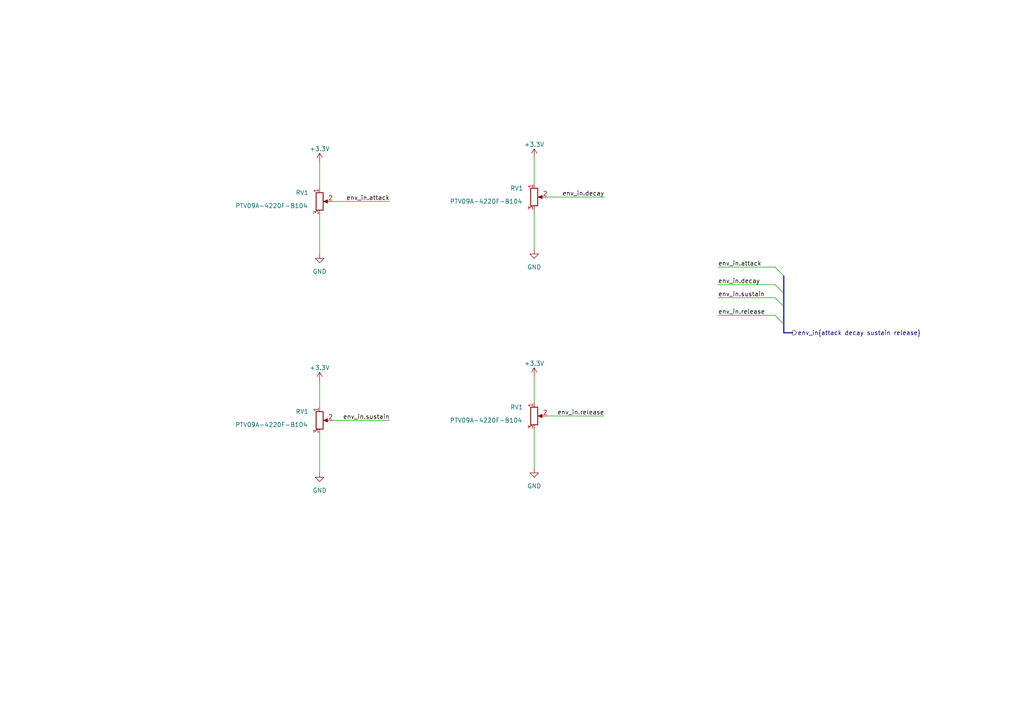
<source format=kicad_sch>
(kicad_sch (version 20230121) (generator eeschema)
  (paper "A4")
  (lib_symbols
    (symbol "Device:R_Potentiometer" (pin_names (offset 1.016) hide)
      (property "Reference" "RV" (at -4.445 0 90))
      (property "Value" "R_Potentiometer" (at -2.54 0 90))
      (symbol "R_Potentiometer_0_1"
        (polyline (pts (xy 2.54 0) (xy 1.524 0)))
        (polyline (pts (xy 1.143 0) (xy 2.286 0.508) (xy 2.286 -0.508) (xy 1.143 0)) (fill (type outline)))
        (rectangle (start 1.016 2.54) (end -1.016 -2.54) (stroke (width 0.254)))
      )
      (symbol "R_Potentiometer_1_1"
        (pin passive line (at 0 3.81 270) (length 1.27) (name "1") (number "1"))
        (pin passive line (at 3.81 0 180) (length 1.27) (name "2") (number "2"))
        (pin passive line (at 0 -3.81 90) (length 1.27) (name "3") (number "3"))
      )
    )
    (symbol "power:+3.3V" (power) (pin_names (offset 0))
      (property "Value" "+3.3V" (at 0 3.556 0))
      (symbol "+3.3V_0_1"
        (polyline (pts (xy -0.762 1.27) (xy 0 2.54)))
        (polyline (pts (xy 0 0) (xy 0 2.54)))
        (polyline (pts (xy 0 2.54) (xy 0.762 1.27)))
      )
      (symbol "+3.3V_1_1"
        (pin power_in line (at 0 0 90) (length 0) hide (name "+3.3V") (number "1"))
      )
    )
    (symbol "power:GND" (power) (pin_names (offset 0))
      (property "Value" "GND" (at 0 -3.81 0))
      (symbol "GND_0_1"
        (polyline (pts (xy 0 0) (xy 0 -1.27) (xy 1.27 -1.27) (xy 0 -2.54) (xy -1.27 -1.27) (xy 0 -1.27)))
      )
      (symbol "GND_1_1"
        (pin power_in line (at 0 0 270) (length 0) hide (name "GND") (number "1"))
      )
    )
  )
  (bus_entry (at 227.33 93.98) (size -2.54 -2.54))
  (bus_entry (at 227.33 80.01) (size -2.54 -2.54))
  (bus_entry (at 227.33 85.09) (size -2.54 -2.54))
  (bus_entry (at 227.33 88.9) (size -2.54 -2.54))
  (bus (pts (xy 227.33 80.01) (xy 227.33 85.09)))
  (wire (pts (xy 154.94 124.46) (xy 154.94 135.89)))
  (wire (pts (xy 154.94 109.22) (xy 154.94 116.84)))
  (wire (pts (xy 154.94 60.96) (xy 154.94 72.39)))
  (wire (pts (xy 92.71 125.73) (xy 92.71 137.16)))
  (wire (pts (xy 175.26 57.15) (xy 158.75 57.15)))
  (wire (pts (xy 113.03 58.42) (xy 96.52 58.42)))
  (wire (pts (xy 208.28 82.55) (xy 224.79 82.55)))
  (bus (pts (xy 227.33 88.9) (xy 227.33 93.98)))
  (bus (pts (xy 227.33 85.09) (xy 227.33 88.9)))
  (wire (pts (xy 208.28 77.47) (xy 224.79 77.47)))
  (wire (pts (xy 208.28 86.36) (xy 224.79 86.36)))
  (wire (pts (xy 92.71 62.23) (xy 92.71 73.66)))
  (wire (pts (xy 92.71 46.99) (xy 92.71 54.61)))
  (bus (pts (xy 227.33 93.98) (xy 227.33 96.52)))
  (wire (pts (xy 175.26 120.65) (xy 158.75 120.65)))
  (wire (pts (xy 208.28 91.44) (xy 224.79 91.44)))
  (bus (pts (xy 229.87 96.52) (xy 227.33 96.52)))
  (wire (pts (xy 92.71 110.49) (xy 92.71 118.11)))
  (wire (pts (xy 113.03 121.92) (xy 96.52 121.92)))
  (wire (pts (xy 154.94 45.72) (xy 154.94 53.34)))
  (label "env_in.attack" (at 208.28 77.47 0))
  (label "env_in.release" (at 208.28 91.44 0))
  (label "env_in.attack" (at 113.03 58.42 180))
  (label "env_in.sustain" (at 208.28 86.36 0))
  (label "env_in.decay" (at 208.28 82.55 0))
  (label "env_in.release" (at 175.26 120.65 180))
  (label "env_in.decay" (at 175.26 57.15 180))
  (label "env_in.sustain" (at 113.03 121.92 180))
  (hierarchical_label "env_in{attack decay sustain release}" (shape output) (at 229.87 96.52 0))
  (symbol (lib_id "power:+3.3V") (at 92.71 110.49 0) (mirror y) (unit 1)
    (property "Reference" "#PWR058" (effects hide))
    (property "Value" "+3.3V" (at 92.71 106.68 0))
  )
  (symbol (lib_id "power:GND") (at 92.71 73.66 0) (unit 1)
    (property "Reference" "#PWR057" (effects hide))
    (property "Value" "GND" (at 92.71 78.74 0))
  )
  (symbol (lib_id "power:+3.3V") (at 154.94 45.72 0) (mirror y) (unit 1)
    (property "Reference" "#PWR060" (effects hide))
    (property "Value" "+3.3V" (at 154.94 41.91 0))
  )
  (symbol (lib_id "Device:R_Potentiometer") (at 154.94 120.65 0) (unit 1)
    (property "Reference" "RV1" (at 149.86 118.11 0))
    (property "Value" "PTV09A-4220F-B104" (at 140.97 121.92 0))
    (property "Footprint" "Potentiometer_THT:Potentiometer_Alpha_RD901F-40-00D_Single_Vertical" (effects hide))
    (property "Datasheet" "${KIPRJMOD}/../../docs/datasheet/ptv09.pdf" (effects hide))
    (instances (project "adsr_vca_fx" (path "" (reference "RV1") (unit 1)) (path "" (reference "RV14") (unit 1))))
  )
  (symbol (lib_id "power:GND") (at 92.71 137.16 0) (unit 1)
    (property "Reference" "#PWR059" (effects hide))
    (property "Value" "GND" (at 92.71 142.24 0))
  )
  (symbol (lib_id "power:+3.3V") (at 92.71 46.99 0) (mirror y) (unit 1)
    (property "Reference" "#PWR056" (effects hide))
    (property "Value" "+3.3V" (at 92.71 43.18 0))
  )
  (symbol (lib_id "Device:R_Potentiometer") (at 92.71 121.92 0) (unit 1)
    (property "Reference" "RV1" (at 87.63 119.38 0))
    (property "Value" "PTV09A-4220F-B104" (at 78.74 123.19 0))
    (property "Footprint" "Potentiometer_THT:Potentiometer_Alpha_RD901F-40-00D_Single_Vertical" (effects hide))
    (property "Datasheet" "${KIPRJMOD}/../../docs/datasheet/ptv09.pdf" (effects hide))
    (instances (project "adsr_vca_fx" (path "" (reference "RV1") (unit 1)) (path "" (reference "RV12") (unit 1))))
  )
  (symbol (lib_id "Device:R_Potentiometer") (at 92.71 58.42 0) (unit 1)
    (property "Reference" "RV1" (at 87.63 55.88 0))
    (property "Value" "PTV09A-4220F-B104" (at 78.74 59.69 0))
    (property "Footprint" "Potentiometer_THT:Potentiometer_Alpha_RD901F-40-00D_Single_Vertical" (effects hide))
    (property "Datasheet" "${KIPRJMOD}/../../docs/datasheet/ptv09.pdf" (effects hide))
    (instances (project "adsr_vca_fx" (path "" (reference "RV1") (unit 1)) (path "" (reference "RV11") (unit 1))))
  )
  (symbol (lib_id "Device:R_Potentiometer") (at 154.94 57.15 0) (unit 1)
    (property "Reference" "RV1" (at 149.86 54.61 0))
    (property "Value" "PTV09A-4220F-B104" (at 140.97 58.42 0))
    (property "Footprint" "Potentiometer_THT:Potentiometer_Alpha_RD901F-40-00D_Single_Vertical" (effects hide))
    (property "Datasheet" "${KIPRJMOD}/../../docs/datasheet/ptv09.pdf" (effects hide))
    (instances (project "adsr_vca_fx" (path "" (reference "RV1") (unit 1)) (path "" (reference "RV13") (unit 1))))
  )
  (symbol (lib_id "power:GND") (at 154.94 135.89 0) (unit 1)
    (property "Reference" "#PWR063" (effects hide))
    (property "Value" "GND" (at 154.94 140.97 0))
  )
  (symbol (lib_id "power:+3.3V") (at 154.94 109.22 0) (mirror y) (unit 1)
    (property "Reference" "#PWR062" (effects hide))
    (property "Value" "+3.3V" (at 154.94 105.41 0))
  )
  (symbol (lib_id "power:GND") (at 154.94 72.39 0) (unit 1)
    (property "Reference" "#PWR061" (effects hide))
    (property "Value" "GND" (at 154.94 77.47 0))
  )
)
</source>
